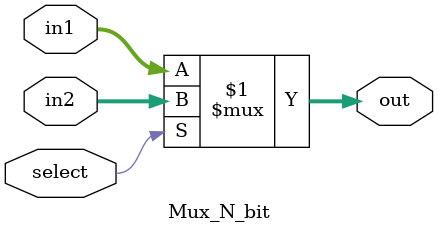
<source format=v>
`ifndef MODULE_Mux
`define MODULE_Mux
module Mux_N_bit(in1,in2,out,select);
    parameter N = 32;
    input[N-1:0] in1,in2;
    input select;
    output[N-1:0] out;
    assign out = select?in2:in1;
endmodule
`endif
</source>
